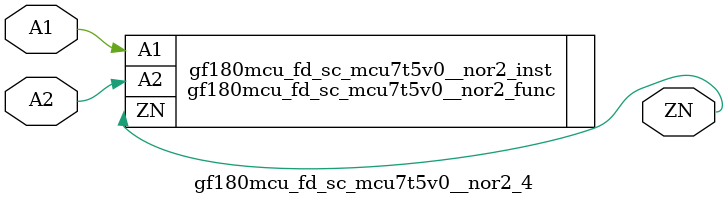
<source format=v>

`ifndef GF180MCU_FD_SC_MCU7T5V0__NOR2_4_V
`define GF180MCU_FD_SC_MCU7T5V0__NOR2_4_V

`include "gf180mcu_fd_sc_mcu7t5v0__nor2.v"

`ifdef USE_POWER_PINS
module gf180mcu_fd_sc_mcu7t5v0__nor2_4( ZN, A2, A1, VDD, VSS );
inout VDD, VSS;
`else // If not USE_POWER_PINS
module gf180mcu_fd_sc_mcu7t5v0__nor2_4( ZN, A2, A1 );
`endif // If not USE_POWER_PINS
input A1, A2;
output ZN;

`ifdef USE_POWER_PINS
  gf180mcu_fd_sc_mcu7t5v0__nor2_func gf180mcu_fd_sc_mcu7t5v0__nor2_inst(.ZN(ZN),.A2(A2),.A1(A1),.VDD(VDD),.VSS(VSS));
`else // If not USE_POWER_PINS
  gf180mcu_fd_sc_mcu7t5v0__nor2_func gf180mcu_fd_sc_mcu7t5v0__nor2_inst(.ZN(ZN),.A2(A2),.A1(A1));
`endif // If not USE_POWER_PINS

`ifndef FUNCTIONAL
	// spec_gates_begin


	// spec_gates_end



   specify

	// specify_block_begin

	// comb arc A1 --> ZN
	 (A1 => ZN) = (1.0,1.0);

	// comb arc A2 --> ZN
	 (A2 => ZN) = (1.0,1.0);

	// specify_block_end

   endspecify

   `endif

endmodule
`endif // GF180MCU_FD_SC_MCU7T5V0__NOR2_4_V

</source>
